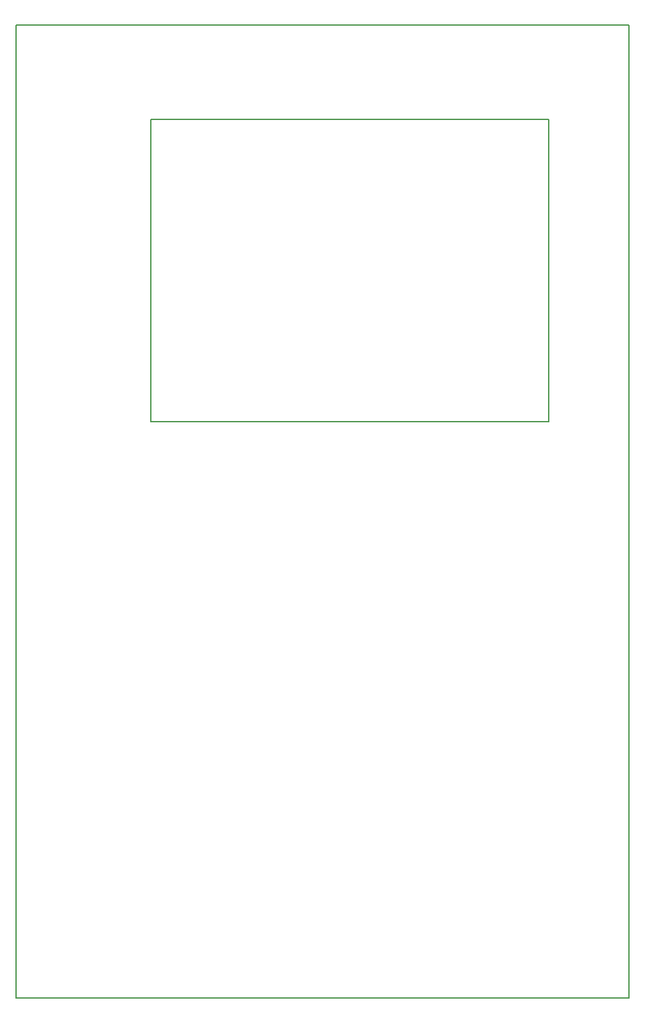
<source format=gbr>
%TF.GenerationSoftware,KiCad,Pcbnew,(5.99.0-9544-g366189b864)*%
%TF.CreationDate,2021-03-13T17:32:15+00:00*%
%TF.ProjectId,europi_main_frontpanel,6575726f-7069-45f6-9d61-696e5f66726f,0.1*%
%TF.SameCoordinates,Original*%
%TF.FileFunction,Profile,NP*%
%FSLAX46Y46*%
G04 Gerber Fmt 4.6, Leading zero omitted, Abs format (unit mm)*
G04 Created by KiCad (PCBNEW (5.99.0-9544-g366189b864)) date 2021-03-13 17:32:15*
%MOMM*%
%LPD*%
G01*
G04 APERTURE LIST*
%TA.AperFunction,Profile*%
%ADD10C,0.150000*%
%TD*%
G04 APERTURE END LIST*
D10*
X110280000Y-83960000D02*
X110280000Y-44040000D01*
X40000000Y-31600000D02*
X120900000Y-31600000D01*
X57820000Y-44040000D02*
X57820000Y-83960000D01*
X57820000Y-44040000D02*
X110280000Y-44040000D01*
X120900000Y-160000000D02*
X40000000Y-160000000D01*
X120900000Y-31600000D02*
X120900000Y-160000000D01*
X110280000Y-83960000D02*
X57820000Y-83960000D01*
X40000000Y-160000000D02*
X40000000Y-31600000D01*
M02*

</source>
